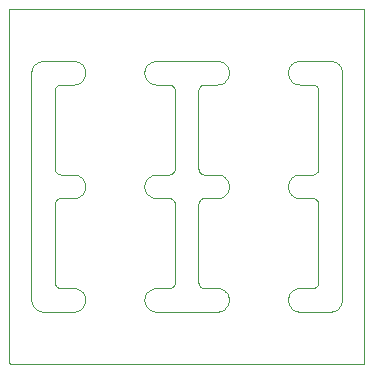
<source format=gbr>
G04 #@! TF.GenerationSoftware,KiCad,Pcbnew,5.1.4+dfsg1-1*
G04 #@! TF.CreationDate,2020-12-01T08:27:43+00:00*
G04 #@! TF.ProjectId,panel,70616e65-6c2e-46b6-9963-61645f706362,rev?*
G04 #@! TF.SameCoordinates,Original*
G04 #@! TF.FileFunction,Profile,NP*
%FSLAX46Y46*%
G04 Gerber Fmt 4.6, Leading zero omitted, Abs format (unit mm)*
G04 Created by KiCad (PCBNEW 5.1.4+dfsg1-1) date 2020-12-01 08:27:43*
%MOMM*%
%LPD*%
G04 APERTURE LIST*
%ADD10C,0.100000*%
G04 APERTURE END LIST*
D10*
X49000200Y-48010000D02*
X51588800Y-48010000D01*
X48903000Y-48014800D02*
X49000200Y-48010000D01*
X48806900Y-48029000D02*
X48903000Y-48014800D01*
X48712600Y-48052600D02*
X48806900Y-48029000D01*
X48621100Y-48085400D02*
X48712600Y-48052600D01*
X48533300Y-48126900D02*
X48621100Y-48085400D01*
X48450000Y-48176900D02*
X48533300Y-48126900D01*
X48372000Y-48234700D02*
X48450000Y-48176900D01*
X48300000Y-48300000D02*
X48372000Y-48234700D01*
X48234700Y-48372000D02*
X48300000Y-48300000D01*
X48176900Y-48450000D02*
X48234700Y-48372000D01*
X48126900Y-48533300D02*
X48176900Y-48450000D01*
X48085400Y-48621100D02*
X48126900Y-48533300D01*
X48052600Y-48712600D02*
X48085400Y-48621100D01*
X48029000Y-48806900D02*
X48052600Y-48712600D01*
X48014800Y-48903000D02*
X48029000Y-48806900D01*
X48010000Y-49000200D02*
X48014800Y-48903000D01*
X48010000Y-68239800D02*
X48010000Y-49000200D01*
X48014800Y-68337100D02*
X48010000Y-68239800D01*
X48029000Y-68433200D02*
X48014800Y-68337100D01*
X48052600Y-68527400D02*
X48029000Y-68433200D01*
X48085400Y-68618900D02*
X48052600Y-68527400D01*
X48126900Y-68706700D02*
X48085400Y-68618900D01*
X48176900Y-68790000D02*
X48126900Y-68706700D01*
X48234700Y-68868100D02*
X48176900Y-68790000D01*
X48300000Y-68940000D02*
X48234700Y-68868100D01*
X48372000Y-69005300D02*
X48300000Y-68940000D01*
X48450000Y-69063200D02*
X48372000Y-69005300D01*
X48533300Y-69113100D02*
X48450000Y-69063200D01*
X48621100Y-69154600D02*
X48533300Y-69113100D01*
X48712600Y-69187400D02*
X48621100Y-69154600D01*
X48806900Y-69211000D02*
X48712600Y-69187400D01*
X48903000Y-69225200D02*
X48806900Y-69211000D01*
X49000200Y-69230000D02*
X48903000Y-69225200D01*
X51588800Y-69230000D02*
X49000200Y-69230000D01*
X51686000Y-69225200D02*
X51588800Y-69230000D01*
X51782100Y-69211000D02*
X51686000Y-69225200D01*
X51876400Y-69187400D02*
X51782100Y-69211000D01*
X51967900Y-69154600D02*
X51876400Y-69187400D01*
X52055700Y-69113100D02*
X51967900Y-69154600D01*
X52139000Y-69063200D02*
X52055700Y-69113100D01*
X52217000Y-69005300D02*
X52139000Y-69063200D01*
X52289000Y-68940000D02*
X52217000Y-69005300D01*
X52354300Y-68868100D02*
X52289000Y-68940000D01*
X52412100Y-68790000D02*
X52354300Y-68868100D01*
X52462100Y-68706700D02*
X52412100Y-68790000D01*
X52503600Y-68618900D02*
X52462100Y-68706700D01*
X52536400Y-68527400D02*
X52503600Y-68618900D01*
X52560000Y-68433200D02*
X52536400Y-68527400D01*
X52574200Y-68337100D02*
X52560000Y-68433200D01*
X52579000Y-68231300D02*
X52574200Y-68337100D01*
X52574200Y-68134000D02*
X52579000Y-68231300D01*
X52560000Y-68037900D02*
X52574200Y-68134000D01*
X52536400Y-67943600D02*
X52560000Y-68037900D01*
X52503600Y-67852200D02*
X52536400Y-67943600D01*
X52462100Y-67764300D02*
X52503600Y-67852200D01*
X52412100Y-67681000D02*
X52462100Y-67764300D01*
X52354300Y-67603000D02*
X52412100Y-67681000D01*
X52289000Y-67531000D02*
X52354300Y-67603000D01*
X52217000Y-67465700D02*
X52289000Y-67531000D01*
X52139000Y-67407900D02*
X52217000Y-67465700D01*
X52055700Y-67357900D02*
X52139000Y-67407900D01*
X51967900Y-67316400D02*
X52055700Y-67357900D01*
X51876400Y-67283600D02*
X51967900Y-67316400D01*
X51782100Y-67260000D02*
X51876400Y-67283600D01*
X51686000Y-67245800D02*
X51782100Y-67260000D01*
X51588800Y-67241000D02*
X51686000Y-67245800D01*
X50508100Y-67240900D02*
X51588800Y-67241000D01*
X50455100Y-67237900D02*
X50508100Y-67240900D01*
X50415200Y-67231900D02*
X50455100Y-67237900D01*
X50351000Y-67215800D02*
X50415200Y-67231900D01*
X50289300Y-67191000D02*
X50351000Y-67215800D01*
X50253400Y-67172400D02*
X50289300Y-67191000D01*
X50209200Y-67143700D02*
X50253400Y-67172400D01*
X50158100Y-67101000D02*
X50209200Y-67143700D01*
X50129800Y-67072200D02*
X50158100Y-67101000D01*
X50096600Y-67031200D02*
X50129800Y-67072200D01*
X50061200Y-66974800D02*
X50096600Y-67031200D01*
X50043200Y-66938600D02*
X50061200Y-66974800D01*
X50024300Y-66889400D02*
X50043200Y-66938600D01*
X50008100Y-66824900D02*
X50024300Y-66889400D01*
X50002100Y-66784900D02*
X50008100Y-66824900D01*
X49999300Y-66738600D02*
X50002100Y-66784900D01*
X49999000Y-60134600D02*
X49999300Y-66738600D01*
X50001100Y-60087700D02*
X49999000Y-60134600D01*
X50003800Y-60061800D02*
X50001100Y-60087700D01*
X50010500Y-60022000D02*
X50003800Y-60061800D01*
X50024200Y-59971100D02*
X50010500Y-60022000D01*
X50043400Y-59920900D02*
X50024200Y-59971100D01*
X50074400Y-59862500D02*
X50043400Y-59920900D01*
X50096400Y-59829200D02*
X50074400Y-59862500D01*
X50121500Y-59797700D02*
X50096400Y-59829200D01*
X50167500Y-59750200D02*
X50121500Y-59797700D01*
X50209300Y-59716300D02*
X50167500Y-59750200D01*
X50265200Y-59681200D02*
X50209300Y-59716300D01*
X50300900Y-59663400D02*
X50265200Y-59681200D01*
X50338400Y-59648600D02*
X50300900Y-59663400D01*
X50402000Y-59630500D02*
X50338400Y-59648600D01*
X50455100Y-59622100D02*
X50402000Y-59630500D01*
X50514400Y-59619000D02*
X50455100Y-59622100D01*
X51588800Y-59619000D02*
X50514400Y-59619000D01*
X51686000Y-59614200D02*
X51588800Y-59619000D01*
X51782100Y-59600000D02*
X51686000Y-59614200D01*
X51876400Y-59576400D02*
X51782100Y-59600000D01*
X51967900Y-59543600D02*
X51876400Y-59576400D01*
X52055700Y-59502100D02*
X51967900Y-59543600D01*
X52139000Y-59452100D02*
X52055700Y-59502100D01*
X52217000Y-59394300D02*
X52139000Y-59452100D01*
X52289000Y-59329000D02*
X52217000Y-59394300D01*
X52354300Y-59257000D02*
X52289000Y-59329000D01*
X52412100Y-59179000D02*
X52354300Y-59257000D01*
X52462100Y-59095700D02*
X52412100Y-59179000D01*
X52503600Y-59007900D02*
X52462100Y-59095700D01*
X52536400Y-58916400D02*
X52503600Y-59007900D01*
X52560000Y-58822100D02*
X52536400Y-58916400D01*
X52574200Y-58726000D02*
X52560000Y-58822100D01*
X52579000Y-58628800D02*
X52574200Y-58726000D01*
X52574200Y-58514000D02*
X52579000Y-58628800D01*
X52560000Y-58417900D02*
X52574200Y-58514000D01*
X52536400Y-58323600D02*
X52560000Y-58417900D01*
X52503600Y-58232100D02*
X52536400Y-58323600D01*
X52462100Y-58144300D02*
X52503600Y-58232100D01*
X52412100Y-58061000D02*
X52462100Y-58144300D01*
X52354300Y-57983000D02*
X52412100Y-58061000D01*
X52289000Y-57911000D02*
X52354300Y-57983000D01*
X52217000Y-57845700D02*
X52289000Y-57911000D01*
X52139000Y-57787900D02*
X52217000Y-57845700D01*
X52055700Y-57737900D02*
X52139000Y-57787900D01*
X51967900Y-57696400D02*
X52055700Y-57737900D01*
X51876400Y-57663600D02*
X51967900Y-57696400D01*
X51782100Y-57640000D02*
X51876400Y-57663600D01*
X51686000Y-57625800D02*
X51782100Y-57640000D01*
X51588800Y-57621000D02*
X51686000Y-57625800D01*
X50508100Y-57620900D02*
X51588800Y-57621000D01*
X50441800Y-57616200D02*
X50508100Y-57620900D01*
X50402000Y-57609500D02*
X50441800Y-57616200D01*
X50363200Y-57599400D02*
X50402000Y-57609500D01*
X50338400Y-57591400D02*
X50363200Y-57599400D01*
X50289500Y-57571100D02*
X50338400Y-57591400D01*
X50253900Y-57552600D02*
X50289500Y-57571100D01*
X50219900Y-57531000D02*
X50253900Y-57552600D01*
X50167800Y-57490200D02*
X50219900Y-57531000D01*
X50121500Y-57442400D02*
X50167800Y-57490200D01*
X50096600Y-57411200D02*
X50121500Y-57442400D01*
X50074400Y-57377500D02*
X50096600Y-57411200D01*
X50043200Y-57318600D02*
X50074400Y-57377500D01*
X50024300Y-57269400D02*
X50043200Y-57318600D01*
X50013500Y-57230500D02*
X50024300Y-57269400D01*
X50002100Y-57164900D02*
X50013500Y-57230500D01*
X49999000Y-57105500D02*
X50002100Y-57164900D01*
X49999000Y-50514600D02*
X49999000Y-57105500D01*
X50001100Y-50467700D02*
X49999000Y-50514600D01*
X50003800Y-50441800D02*
X50001100Y-50467700D01*
X50010500Y-50402000D02*
X50003800Y-50441800D01*
X50024200Y-50351000D02*
X50010500Y-50402000D01*
X50043400Y-50300900D02*
X50024200Y-50351000D01*
X50074400Y-50242500D02*
X50043400Y-50300900D01*
X50096400Y-50209200D02*
X50074400Y-50242500D01*
X50121500Y-50177600D02*
X50096400Y-50209200D01*
X50167500Y-50130200D02*
X50121500Y-50177600D01*
X50209300Y-50096300D02*
X50167500Y-50130200D01*
X50265200Y-50061200D02*
X50209300Y-50096300D01*
X50300900Y-50043400D02*
X50265200Y-50061200D01*
X50338400Y-50028600D02*
X50300900Y-50043400D01*
X50402000Y-50010500D02*
X50338400Y-50028600D01*
X50455100Y-50002100D02*
X50402000Y-50010500D01*
X50514400Y-49999000D02*
X50455100Y-50002100D01*
X51588800Y-49999000D02*
X50514400Y-49999000D01*
X51686000Y-49994200D02*
X51588800Y-49999000D01*
X51782100Y-49980000D02*
X51686000Y-49994200D01*
X51876400Y-49956400D02*
X51782100Y-49980000D01*
X51967900Y-49923600D02*
X51876400Y-49956400D01*
X52055700Y-49882100D02*
X51967900Y-49923600D01*
X52139000Y-49832100D02*
X52055700Y-49882100D01*
X52217000Y-49774300D02*
X52139000Y-49832100D01*
X52289000Y-49709000D02*
X52217000Y-49774300D01*
X52354300Y-49637000D02*
X52289000Y-49709000D01*
X52412100Y-49559000D02*
X52354300Y-49637000D01*
X52462100Y-49475700D02*
X52412100Y-49559000D01*
X52503600Y-49387900D02*
X52462100Y-49475700D01*
X52536400Y-49296400D02*
X52503600Y-49387900D01*
X52560000Y-49202100D02*
X52536400Y-49296400D01*
X52574200Y-49106000D02*
X52560000Y-49202100D01*
X52579000Y-49008800D02*
X52574200Y-49106000D01*
X52574200Y-48903000D02*
X52579000Y-49008800D01*
X52560000Y-48806900D02*
X52574200Y-48903000D01*
X52536400Y-48712600D02*
X52560000Y-48806900D01*
X52503600Y-48621100D02*
X52536400Y-48712600D01*
X52462100Y-48533300D02*
X52503600Y-48621100D01*
X52412100Y-48450000D02*
X52462100Y-48533300D01*
X52354300Y-48372000D02*
X52412100Y-48450000D01*
X52289000Y-48300000D02*
X52354300Y-48372000D01*
X52217000Y-48234700D02*
X52289000Y-48300000D01*
X52139000Y-48176900D02*
X52217000Y-48234700D01*
X52055700Y-48126900D02*
X52139000Y-48176900D01*
X51967900Y-48085400D02*
X52055700Y-48126900D01*
X51876400Y-48052600D02*
X51967900Y-48085400D01*
X51782100Y-48029000D02*
X51876400Y-48052600D01*
X51686000Y-48014800D02*
X51782100Y-48029000D01*
X51588800Y-48010000D02*
X51686000Y-48014800D01*
X63748800Y-69230000D02*
X58571200Y-69230000D01*
X63846000Y-69225200D02*
X63748800Y-69230000D01*
X63942100Y-69211000D02*
X63846000Y-69225200D01*
X64036400Y-69187400D02*
X63942100Y-69211000D01*
X64127900Y-69154600D02*
X64036400Y-69187400D01*
X64215700Y-69113100D02*
X64127900Y-69154600D01*
X64299000Y-69063200D02*
X64215700Y-69113100D01*
X64377100Y-69005300D02*
X64299000Y-69063200D01*
X64449000Y-68940000D02*
X64377100Y-69005300D01*
X64514300Y-68868100D02*
X64449000Y-68940000D01*
X64572200Y-68790000D02*
X64514300Y-68868100D01*
X64622100Y-68706700D02*
X64572200Y-68790000D01*
X64663600Y-68618900D02*
X64622100Y-68706700D01*
X64696400Y-68527400D02*
X64663600Y-68618900D01*
X64720000Y-68433200D02*
X64696400Y-68527400D01*
X64734200Y-68337100D02*
X64720000Y-68433200D01*
X64739000Y-68231300D02*
X64734200Y-68337100D01*
X64734200Y-68134000D02*
X64739000Y-68231300D01*
X64720000Y-68037900D02*
X64734200Y-68134000D01*
X64696400Y-67943600D02*
X64720000Y-68037900D01*
X64663600Y-67852200D02*
X64696400Y-67943600D01*
X64622100Y-67764300D02*
X64663600Y-67852200D01*
X64572200Y-67681000D02*
X64622100Y-67764300D01*
X64514300Y-67603000D02*
X64572200Y-67681000D01*
X64449000Y-67531000D02*
X64514300Y-67603000D01*
X64377100Y-67465700D02*
X64449000Y-67531000D01*
X64299000Y-67407900D02*
X64377100Y-67465700D01*
X64215700Y-67357900D02*
X64299000Y-67407900D01*
X64127900Y-67316400D02*
X64215700Y-67357900D01*
X64036400Y-67283600D02*
X64127900Y-67316400D01*
X63942100Y-67260000D02*
X64036400Y-67283600D01*
X63846000Y-67245800D02*
X63942100Y-67260000D01*
X63748800Y-67241000D02*
X63846000Y-67245800D01*
X62668100Y-67240900D02*
X63748800Y-67241000D01*
X62615100Y-67237900D02*
X62668100Y-67240900D01*
X62575200Y-67231900D02*
X62615100Y-67237900D01*
X62511100Y-67215800D02*
X62575200Y-67231900D01*
X62449300Y-67191000D02*
X62511100Y-67215800D01*
X62413400Y-67172400D02*
X62449300Y-67191000D01*
X62369200Y-67143700D02*
X62413400Y-67172400D01*
X62318100Y-67101000D02*
X62369200Y-67143700D01*
X62289800Y-67072200D02*
X62318100Y-67101000D01*
X62256600Y-67031200D02*
X62289800Y-67072200D01*
X62221200Y-66974800D02*
X62256600Y-67031200D01*
X62203200Y-66938600D02*
X62221200Y-66974800D01*
X62184300Y-66889400D02*
X62203200Y-66938600D01*
X62168100Y-66824900D02*
X62184300Y-66889400D01*
X62162100Y-66784900D02*
X62168100Y-66824900D01*
X62159100Y-66732100D02*
X62162100Y-66784900D01*
X62159000Y-60134600D02*
X62159100Y-66732100D01*
X62161100Y-60087700D02*
X62159000Y-60134600D01*
X62163900Y-60061800D02*
X62161100Y-60087700D01*
X62170500Y-60022000D02*
X62163900Y-60061800D01*
X62184200Y-59971100D02*
X62170500Y-60022000D01*
X62203400Y-59920900D02*
X62184200Y-59971100D01*
X62234400Y-59862500D02*
X62203400Y-59920900D01*
X62256400Y-59829200D02*
X62234400Y-59862500D01*
X62281500Y-59797700D02*
X62256400Y-59829200D01*
X62327500Y-59750200D02*
X62281500Y-59797700D01*
X62369300Y-59716300D02*
X62327500Y-59750200D01*
X62425200Y-59681200D02*
X62369300Y-59716300D01*
X62460900Y-59663400D02*
X62425200Y-59681200D01*
X62498400Y-59648600D02*
X62460900Y-59663400D01*
X62562000Y-59630500D02*
X62498400Y-59648600D01*
X62615100Y-59622100D02*
X62562000Y-59630500D01*
X62674400Y-59619000D02*
X62615100Y-59622100D01*
X63748800Y-59619000D02*
X62674400Y-59619000D01*
X63846000Y-59614200D02*
X63748800Y-59619000D01*
X63942100Y-59600000D02*
X63846000Y-59614200D01*
X64036400Y-59576400D02*
X63942100Y-59600000D01*
X64127900Y-59543600D02*
X64036400Y-59576400D01*
X64215700Y-59502100D02*
X64127900Y-59543600D01*
X64299000Y-59452100D02*
X64215700Y-59502100D01*
X64377100Y-59394300D02*
X64299000Y-59452100D01*
X64449000Y-59329000D02*
X64377100Y-59394300D01*
X64514300Y-59257000D02*
X64449000Y-59329000D01*
X64572200Y-59179000D02*
X64514300Y-59257000D01*
X64622100Y-59095700D02*
X64572200Y-59179000D01*
X64663600Y-59007900D02*
X64622100Y-59095700D01*
X64696400Y-58916400D02*
X64663600Y-59007900D01*
X64720000Y-58822100D02*
X64696400Y-58916400D01*
X64734200Y-58726000D02*
X64720000Y-58822100D01*
X64739000Y-58628800D02*
X64734200Y-58726000D01*
X64734200Y-58514000D02*
X64739000Y-58628800D01*
X64720000Y-58417900D02*
X64734200Y-58514000D01*
X64696400Y-58323600D02*
X64720000Y-58417900D01*
X64663600Y-58232100D02*
X64696400Y-58323600D01*
X64622100Y-58144300D02*
X64663600Y-58232100D01*
X64572200Y-58061000D02*
X64622100Y-58144300D01*
X64514300Y-57983000D02*
X64572200Y-58061000D01*
X64449000Y-57911000D02*
X64514300Y-57983000D01*
X64377100Y-57845700D02*
X64449000Y-57911000D01*
X64299000Y-57787900D02*
X64377100Y-57845700D01*
X64215700Y-57737900D02*
X64299000Y-57787900D01*
X64127900Y-57696400D02*
X64215700Y-57737900D01*
X64036400Y-57663600D02*
X64127900Y-57696400D01*
X63942100Y-57640000D02*
X64036400Y-57663600D01*
X63846000Y-57625800D02*
X63942100Y-57640000D01*
X63748800Y-57621000D02*
X63846000Y-57625800D01*
X62668100Y-57620900D02*
X63748800Y-57621000D01*
X62615100Y-57617900D02*
X62668100Y-57620900D01*
X62575200Y-57611900D02*
X62615100Y-57617900D01*
X62511100Y-57595800D02*
X62575200Y-57611900D01*
X62449300Y-57571000D02*
X62511100Y-57595800D01*
X62413400Y-57552400D02*
X62449300Y-57571000D01*
X62369200Y-57523600D02*
X62413400Y-57552400D01*
X62318100Y-57481000D02*
X62369200Y-57523600D01*
X62290200Y-57452500D02*
X62318100Y-57481000D01*
X62264500Y-57421400D02*
X62290200Y-57452500D01*
X62227600Y-57366500D02*
X62264500Y-57421400D01*
X62198300Y-57306800D02*
X62227600Y-57366500D01*
X62184200Y-57268900D02*
X62198300Y-57306800D01*
X62173500Y-57230300D02*
X62184200Y-57268900D01*
X62163900Y-57178200D02*
X62173500Y-57230300D01*
X62161100Y-57152100D02*
X62163900Y-57178200D01*
X62159000Y-57105400D02*
X62161100Y-57152100D01*
X62159000Y-50514600D02*
X62159000Y-57105400D01*
X62162100Y-50455100D02*
X62159000Y-50514600D01*
X62170400Y-50402500D02*
X62162100Y-50455100D01*
X62184300Y-50350500D02*
X62170400Y-50402500D01*
X62209000Y-50289300D02*
X62184300Y-50350500D01*
X62227400Y-50253900D02*
X62209000Y-50289300D01*
X62249000Y-50219900D02*
X62227400Y-50253900D01*
X62289800Y-50167800D02*
X62249000Y-50219900D01*
X62327900Y-50129800D02*
X62289800Y-50167800D01*
X62379800Y-50089100D02*
X62327900Y-50129800D01*
X62413500Y-50067600D02*
X62379800Y-50089100D01*
X62449200Y-50049000D02*
X62413500Y-50067600D01*
X62510600Y-50024300D02*
X62449200Y-50049000D01*
X62575200Y-50008100D02*
X62510600Y-50024300D01*
X62615100Y-50002100D02*
X62575200Y-50008100D01*
X62667900Y-49999100D02*
X62615100Y-50002100D01*
X63748800Y-49999000D02*
X62667900Y-49999100D01*
X63846000Y-49994200D02*
X63748800Y-49999000D01*
X63942100Y-49980000D02*
X63846000Y-49994200D01*
X64036400Y-49956400D02*
X63942100Y-49980000D01*
X64127900Y-49923600D02*
X64036400Y-49956400D01*
X64215700Y-49882100D02*
X64127900Y-49923600D01*
X64299000Y-49832100D02*
X64215700Y-49882100D01*
X64377100Y-49774300D02*
X64299000Y-49832100D01*
X64449000Y-49709000D02*
X64377100Y-49774300D01*
X64514300Y-49637000D02*
X64449000Y-49709000D01*
X64572200Y-49559000D02*
X64514300Y-49637000D01*
X64622100Y-49475700D02*
X64572200Y-49559000D01*
X64663600Y-49387900D02*
X64622100Y-49475700D01*
X64696400Y-49296400D02*
X64663600Y-49387900D01*
X64720000Y-49202100D02*
X64696400Y-49296400D01*
X64734200Y-49106000D02*
X64720000Y-49202100D01*
X64739000Y-49000200D02*
X64734200Y-49106000D01*
X64734200Y-48903000D02*
X64739000Y-49000200D01*
X64720000Y-48806900D02*
X64734200Y-48903000D01*
X64696400Y-48712600D02*
X64720000Y-48806900D01*
X64663600Y-48621100D02*
X64696400Y-48712600D01*
X64622100Y-48533300D02*
X64663600Y-48621100D01*
X64572200Y-48450000D02*
X64622100Y-48533300D01*
X64514300Y-48372000D02*
X64572200Y-48450000D01*
X64449000Y-48300000D02*
X64514300Y-48372000D01*
X64377100Y-48234700D02*
X64449000Y-48300000D01*
X64299000Y-48176900D02*
X64377100Y-48234700D01*
X64215700Y-48126900D02*
X64299000Y-48176900D01*
X64127900Y-48085400D02*
X64215700Y-48126900D01*
X64036400Y-48052600D02*
X64127900Y-48085400D01*
X63942100Y-48029000D02*
X64036400Y-48052600D01*
X63846000Y-48014800D02*
X63942100Y-48029000D01*
X63748800Y-48010000D02*
X63846000Y-48014800D01*
X58571200Y-48010000D02*
X63748800Y-48010000D01*
X58474000Y-48014800D02*
X58571200Y-48010000D01*
X58377900Y-48029000D02*
X58474000Y-48014800D01*
X58283600Y-48052600D02*
X58377900Y-48029000D01*
X58192200Y-48085400D02*
X58283600Y-48052600D01*
X58104300Y-48126900D02*
X58192200Y-48085400D01*
X58021000Y-48176900D02*
X58104300Y-48126900D01*
X57943000Y-48234700D02*
X58021000Y-48176900D01*
X57871000Y-48300000D02*
X57943000Y-48234700D01*
X57805700Y-48372000D02*
X57871000Y-48300000D01*
X57747900Y-48450000D02*
X57805700Y-48372000D01*
X57697900Y-48533300D02*
X57747900Y-48450000D01*
X57656400Y-48621100D02*
X57697900Y-48533300D01*
X57623600Y-48712600D02*
X57656400Y-48621100D01*
X57600000Y-48806900D02*
X57623600Y-48712600D01*
X57585800Y-48903000D02*
X57600000Y-48806900D01*
X57581000Y-49000200D02*
X57585800Y-48903000D01*
X57585800Y-49106000D02*
X57581000Y-49000200D01*
X57600000Y-49202100D02*
X57585800Y-49106000D01*
X57623600Y-49296400D02*
X57600000Y-49202100D01*
X57656400Y-49387900D02*
X57623600Y-49296400D01*
X57697900Y-49475700D02*
X57656400Y-49387900D01*
X57747900Y-49559000D02*
X57697900Y-49475700D01*
X57805700Y-49637000D02*
X57747900Y-49559000D01*
X57871000Y-49709000D02*
X57805700Y-49637000D01*
X57943000Y-49774300D02*
X57871000Y-49709000D01*
X58021000Y-49832100D02*
X57943000Y-49774300D01*
X58104300Y-49882100D02*
X58021000Y-49832100D01*
X58192200Y-49923600D02*
X58104300Y-49882100D01*
X58283600Y-49956400D02*
X58192200Y-49923600D01*
X58377900Y-49980000D02*
X58283600Y-49956400D01*
X58474000Y-49994200D02*
X58377900Y-49980000D01*
X58571200Y-49999000D02*
X58474000Y-49994200D01*
X59651900Y-49999100D02*
X58571200Y-49999000D01*
X59704900Y-50002100D02*
X59651900Y-49999100D01*
X59744800Y-50008100D02*
X59704900Y-50002100D01*
X59809000Y-50024200D02*
X59744800Y-50008100D01*
X59870700Y-50049000D02*
X59809000Y-50024200D01*
X59906600Y-50067600D02*
X59870700Y-50049000D01*
X59950800Y-50096400D02*
X59906600Y-50067600D01*
X60001900Y-50139000D02*
X59950800Y-50096400D01*
X60030200Y-50167900D02*
X60001900Y-50139000D01*
X60063400Y-50208800D02*
X60030200Y-50167900D01*
X60098800Y-50265200D02*
X60063400Y-50208800D01*
X60116800Y-50301400D02*
X60098800Y-50265200D01*
X60135700Y-50350600D02*
X60116800Y-50301400D01*
X60151900Y-50415200D02*
X60135700Y-50350600D01*
X60157900Y-50455100D02*
X60151900Y-50415200D01*
X60160700Y-50501400D02*
X60157900Y-50455100D01*
X60161000Y-57105400D02*
X60160700Y-50501400D01*
X60158900Y-57152300D02*
X60161000Y-57105400D01*
X60156200Y-57178200D02*
X60158900Y-57152300D01*
X60149500Y-57218000D02*
X60156200Y-57178200D01*
X60135800Y-57269000D02*
X60149500Y-57218000D01*
X60116600Y-57319200D02*
X60135800Y-57269000D01*
X60085700Y-57377500D02*
X60116600Y-57319200D01*
X60063600Y-57410800D02*
X60085700Y-57377500D01*
X60038600Y-57442400D02*
X60063600Y-57410800D01*
X59992500Y-57489800D02*
X60038600Y-57442400D01*
X59950700Y-57523700D02*
X59992500Y-57489800D01*
X59894800Y-57558800D02*
X59950700Y-57523700D01*
X59859100Y-57576600D02*
X59894800Y-57558800D01*
X59821600Y-57591400D02*
X59859100Y-57576600D01*
X59758000Y-57609500D02*
X59821600Y-57591400D01*
X59704900Y-57617900D02*
X59758000Y-57609500D01*
X59645600Y-57621000D02*
X59704900Y-57617900D01*
X58571200Y-57621000D02*
X59645600Y-57621000D01*
X58474000Y-57625800D02*
X58571200Y-57621000D01*
X58377900Y-57640000D02*
X58474000Y-57625800D01*
X58283600Y-57663600D02*
X58377900Y-57640000D01*
X58192200Y-57696400D02*
X58283600Y-57663600D01*
X58104300Y-57737900D02*
X58192200Y-57696400D01*
X58021000Y-57787900D02*
X58104300Y-57737900D01*
X57943000Y-57845700D02*
X58021000Y-57787900D01*
X57871000Y-57911000D02*
X57943000Y-57845700D01*
X57805700Y-57983000D02*
X57871000Y-57911000D01*
X57747900Y-58061000D02*
X57805700Y-57983000D01*
X57697900Y-58144300D02*
X57747900Y-58061000D01*
X57656400Y-58232100D02*
X57697900Y-58144300D01*
X57623600Y-58323600D02*
X57656400Y-58232100D01*
X57600000Y-58417900D02*
X57623600Y-58323600D01*
X57585800Y-58514000D02*
X57600000Y-58417900D01*
X57581000Y-58611200D02*
X57585800Y-58514000D01*
X57585800Y-58726000D02*
X57581000Y-58611200D01*
X57600000Y-58822100D02*
X57585800Y-58726000D01*
X57623600Y-58916400D02*
X57600000Y-58822100D01*
X57656400Y-59007900D02*
X57623600Y-58916400D01*
X57697900Y-59095700D02*
X57656400Y-59007900D01*
X57747900Y-59179000D02*
X57697900Y-59095700D01*
X57805700Y-59257100D02*
X57747900Y-59179000D01*
X57871000Y-59329000D02*
X57805700Y-59257100D01*
X57943000Y-59394300D02*
X57871000Y-59329000D01*
X58021000Y-59452200D02*
X57943000Y-59394300D01*
X58104300Y-59502100D02*
X58021000Y-59452200D01*
X58192200Y-59543600D02*
X58104300Y-59502100D01*
X58283600Y-59576400D02*
X58192200Y-59543600D01*
X58377900Y-59600000D02*
X58283600Y-59576400D01*
X58474000Y-59614200D02*
X58377900Y-59600000D01*
X58571200Y-59619000D02*
X58474000Y-59614200D01*
X59651900Y-59619100D02*
X58571200Y-59619000D01*
X59718200Y-59623900D02*
X59651900Y-59619100D01*
X59758000Y-59630500D02*
X59718200Y-59623900D01*
X59796800Y-59640600D02*
X59758000Y-59630500D01*
X59821600Y-59648600D02*
X59796800Y-59640600D01*
X59870500Y-59668900D02*
X59821600Y-59648600D01*
X59906100Y-59687400D02*
X59870500Y-59668900D01*
X59940100Y-59709000D02*
X59906100Y-59687400D01*
X59992200Y-59749800D02*
X59940100Y-59709000D01*
X60038500Y-59797600D02*
X59992200Y-59749800D01*
X60063400Y-59828800D02*
X60038500Y-59797600D01*
X60085600Y-59862500D02*
X60063400Y-59828800D01*
X60116800Y-59921400D02*
X60085600Y-59862500D01*
X60135700Y-59970600D02*
X60116800Y-59921400D01*
X60146500Y-60009500D02*
X60135700Y-59970600D01*
X60157900Y-60075100D02*
X60146500Y-60009500D01*
X60161000Y-60134500D02*
X60157900Y-60075100D01*
X60161000Y-66725500D02*
X60161000Y-60134500D01*
X60158900Y-66772300D02*
X60161000Y-66725500D01*
X60156200Y-66798200D02*
X60158900Y-66772300D01*
X60149500Y-66838000D02*
X60156200Y-66798200D01*
X60135800Y-66889000D02*
X60149500Y-66838000D01*
X60116600Y-66939200D02*
X60135800Y-66889000D01*
X60085700Y-66997500D02*
X60116600Y-66939200D01*
X60063600Y-67030800D02*
X60085700Y-66997500D01*
X60038600Y-67062400D02*
X60063600Y-67030800D01*
X59992500Y-67109900D02*
X60038600Y-67062400D01*
X59950700Y-67143700D02*
X59992500Y-67109900D01*
X59894800Y-67178800D02*
X59950700Y-67143700D01*
X59859100Y-67196600D02*
X59894800Y-67178800D01*
X59821600Y-67211400D02*
X59859100Y-67196600D01*
X59758000Y-67229500D02*
X59821600Y-67211400D01*
X59704900Y-67237900D02*
X59758000Y-67229500D01*
X59645600Y-67241000D02*
X59704900Y-67237900D01*
X58571200Y-67241000D02*
X59645600Y-67241000D01*
X58474000Y-67245800D02*
X58571200Y-67241000D01*
X58377900Y-67260000D02*
X58474000Y-67245800D01*
X58283600Y-67283600D02*
X58377900Y-67260000D01*
X58192200Y-67316400D02*
X58283600Y-67283600D01*
X58104300Y-67357900D02*
X58192200Y-67316400D01*
X58021000Y-67407900D02*
X58104300Y-67357900D01*
X57943000Y-67465700D02*
X58021000Y-67407900D01*
X57871000Y-67531000D02*
X57943000Y-67465700D01*
X57805700Y-67603000D02*
X57871000Y-67531000D01*
X57747900Y-67681000D02*
X57805700Y-67603000D01*
X57697900Y-67764300D02*
X57747900Y-67681000D01*
X57656400Y-67852100D02*
X57697900Y-67764300D01*
X57623600Y-67943600D02*
X57656400Y-67852100D01*
X57600000Y-68037900D02*
X57623600Y-67943600D01*
X57585800Y-68134000D02*
X57600000Y-68037900D01*
X57581000Y-68239800D02*
X57585800Y-68134000D01*
X57585800Y-68337100D02*
X57581000Y-68239800D01*
X57600000Y-68433200D02*
X57585800Y-68337100D01*
X57623600Y-68527400D02*
X57600000Y-68433200D01*
X57656400Y-68618900D02*
X57623600Y-68527400D01*
X57697900Y-68706700D02*
X57656400Y-68618900D01*
X57747900Y-68790000D02*
X57697900Y-68706700D01*
X57805700Y-68868100D02*
X57747900Y-68790000D01*
X57871000Y-68940000D02*
X57805700Y-68868100D01*
X57943000Y-69005300D02*
X57871000Y-68940000D01*
X58021000Y-69063200D02*
X57943000Y-69005300D01*
X58104300Y-69113100D02*
X58021000Y-69063200D01*
X58192200Y-69154600D02*
X58104300Y-69113100D01*
X58283600Y-69187400D02*
X58192200Y-69154600D01*
X58377900Y-69211000D02*
X58283600Y-69187400D01*
X58474000Y-69225200D02*
X58377900Y-69211000D01*
X58571200Y-69230000D02*
X58474000Y-69225200D01*
X73319800Y-69230000D02*
X70731300Y-69230000D01*
X73417100Y-69225200D02*
X73319800Y-69230000D01*
X73513200Y-69211000D02*
X73417100Y-69225200D01*
X73607400Y-69187400D02*
X73513200Y-69211000D01*
X73698900Y-69154600D02*
X73607400Y-69187400D01*
X73786700Y-69113100D02*
X73698900Y-69154600D01*
X73870000Y-69063200D02*
X73786700Y-69113100D01*
X73948100Y-69005300D02*
X73870000Y-69063200D01*
X74020000Y-68940000D02*
X73948100Y-69005300D01*
X74085300Y-68868100D02*
X74020000Y-68940000D01*
X74143200Y-68790000D02*
X74085300Y-68868100D01*
X74193100Y-68706700D02*
X74143200Y-68790000D01*
X74234600Y-68618900D02*
X74193100Y-68706700D01*
X74267400Y-68527400D02*
X74234600Y-68618900D01*
X74291000Y-68433200D02*
X74267400Y-68527400D01*
X74305200Y-68337100D02*
X74291000Y-68433200D01*
X74310000Y-68239800D02*
X74305200Y-68337100D01*
X74310000Y-49000200D02*
X74310000Y-68239800D01*
X74305200Y-48903000D02*
X74310000Y-49000200D01*
X74291000Y-48806900D02*
X74305200Y-48903000D01*
X74267400Y-48712600D02*
X74291000Y-48806900D01*
X74234600Y-48621100D02*
X74267400Y-48712600D01*
X74193100Y-48533300D02*
X74234600Y-48621100D01*
X74143200Y-48450000D02*
X74193100Y-48533300D01*
X74085300Y-48372000D02*
X74143200Y-48450000D01*
X74020000Y-48300000D02*
X74085300Y-48372000D01*
X73948100Y-48234700D02*
X74020000Y-48300000D01*
X73870000Y-48176900D02*
X73948100Y-48234700D01*
X73786700Y-48126900D02*
X73870000Y-48176900D01*
X73698900Y-48085400D02*
X73786700Y-48126900D01*
X73607400Y-48052600D02*
X73698900Y-48085400D01*
X73513200Y-48029000D02*
X73607400Y-48052600D01*
X73417100Y-48014800D02*
X73513200Y-48029000D01*
X73319800Y-48010000D02*
X73417100Y-48014800D01*
X70731300Y-48010000D02*
X73319800Y-48010000D01*
X70634000Y-48014800D02*
X70731300Y-48010000D01*
X70537900Y-48029000D02*
X70634000Y-48014800D01*
X70443600Y-48052600D02*
X70537900Y-48029000D01*
X70352200Y-48085400D02*
X70443600Y-48052600D01*
X70264300Y-48126900D02*
X70352200Y-48085400D01*
X70181000Y-48176900D02*
X70264300Y-48126900D01*
X70103000Y-48234700D02*
X70181000Y-48176900D01*
X70031000Y-48300000D02*
X70103000Y-48234700D01*
X69965700Y-48372000D02*
X70031000Y-48300000D01*
X69907900Y-48450000D02*
X69965700Y-48372000D01*
X69857900Y-48533300D02*
X69907900Y-48450000D01*
X69816400Y-48621100D02*
X69857900Y-48533300D01*
X69783700Y-48712600D02*
X69816400Y-48621100D01*
X69760000Y-48806900D02*
X69783700Y-48712600D01*
X69745800Y-48903000D02*
X69760000Y-48806900D01*
X69741000Y-49000200D02*
X69745800Y-48903000D01*
X69745800Y-49106000D02*
X69741000Y-49000200D01*
X69760000Y-49202100D02*
X69745800Y-49106000D01*
X69783700Y-49296400D02*
X69760000Y-49202100D01*
X69816400Y-49387900D02*
X69783700Y-49296400D01*
X69857900Y-49475700D02*
X69816400Y-49387900D01*
X69907900Y-49559000D02*
X69857900Y-49475700D01*
X69965700Y-49637000D02*
X69907900Y-49559000D01*
X70031000Y-49709000D02*
X69965700Y-49637000D01*
X70103000Y-49774300D02*
X70031000Y-49709000D01*
X70181000Y-49832100D02*
X70103000Y-49774300D01*
X70264300Y-49882100D02*
X70181000Y-49832100D01*
X70352200Y-49923600D02*
X70264300Y-49882100D01*
X70443600Y-49956400D02*
X70352200Y-49923600D01*
X70537900Y-49980000D02*
X70443600Y-49956400D01*
X70634000Y-49994200D02*
X70537900Y-49980000D01*
X70731300Y-49999000D02*
X70634000Y-49994200D01*
X71811900Y-49999100D02*
X70731300Y-49999000D01*
X71864900Y-50002100D02*
X71811900Y-49999100D01*
X71904800Y-50008100D02*
X71864900Y-50002100D01*
X71969000Y-50024200D02*
X71904800Y-50008100D01*
X72030700Y-50049000D02*
X71969000Y-50024200D01*
X72066600Y-50067600D02*
X72030700Y-50049000D01*
X72110800Y-50096400D02*
X72066600Y-50067600D01*
X72161900Y-50139000D02*
X72110800Y-50096400D01*
X72190200Y-50167900D02*
X72161900Y-50139000D01*
X72223400Y-50208800D02*
X72190200Y-50167900D01*
X72258800Y-50265200D02*
X72223400Y-50208800D01*
X72276800Y-50301400D02*
X72258800Y-50265200D01*
X72295700Y-50350600D02*
X72276800Y-50301400D01*
X72311900Y-50415200D02*
X72295700Y-50350600D01*
X72317900Y-50455100D02*
X72311900Y-50415200D01*
X72320700Y-50501400D02*
X72317900Y-50455100D01*
X72321000Y-57105400D02*
X72320700Y-50501400D01*
X72318900Y-57152300D02*
X72321000Y-57105400D01*
X72316200Y-57178200D02*
X72318900Y-57152300D01*
X72309500Y-57218000D02*
X72316200Y-57178200D01*
X72295800Y-57269000D02*
X72309500Y-57218000D01*
X72276600Y-57319200D02*
X72295800Y-57269000D01*
X72245700Y-57377500D02*
X72276600Y-57319200D01*
X72223700Y-57410800D02*
X72245700Y-57377500D01*
X72198600Y-57442400D02*
X72223700Y-57410800D01*
X72152500Y-57489800D02*
X72198600Y-57442400D01*
X72110800Y-57523700D02*
X72152500Y-57489800D01*
X72054800Y-57558800D02*
X72110800Y-57523700D01*
X72019100Y-57576600D02*
X72054800Y-57558800D01*
X71981600Y-57591400D02*
X72019100Y-57576600D01*
X71918000Y-57609500D02*
X71981600Y-57591400D01*
X71864900Y-57617900D02*
X71918000Y-57609500D01*
X71805600Y-57621000D02*
X71864900Y-57617900D01*
X70731300Y-57621000D02*
X71805600Y-57621000D01*
X70634000Y-57625800D02*
X70731300Y-57621000D01*
X70537900Y-57640000D02*
X70634000Y-57625800D01*
X70443600Y-57663600D02*
X70537900Y-57640000D01*
X70352200Y-57696400D02*
X70443600Y-57663600D01*
X70264300Y-57737900D02*
X70352200Y-57696400D01*
X70181000Y-57787900D02*
X70264300Y-57737900D01*
X70103000Y-57845700D02*
X70181000Y-57787900D01*
X70031000Y-57911000D02*
X70103000Y-57845700D01*
X69965700Y-57983000D02*
X70031000Y-57911000D01*
X69907900Y-58061000D02*
X69965700Y-57983000D01*
X69857900Y-58144300D02*
X69907900Y-58061000D01*
X69816400Y-58232100D02*
X69857900Y-58144300D01*
X69783700Y-58323600D02*
X69816400Y-58232100D01*
X69760000Y-58417900D02*
X69783700Y-58323600D01*
X69745800Y-58514000D02*
X69760000Y-58417900D01*
X69741000Y-58611200D02*
X69745800Y-58514000D01*
X69745800Y-58726000D02*
X69741000Y-58611200D01*
X69760000Y-58822100D02*
X69745800Y-58726000D01*
X69783700Y-58916400D02*
X69760000Y-58822100D01*
X69816400Y-59007900D02*
X69783700Y-58916400D01*
X69857900Y-59095700D02*
X69816400Y-59007900D01*
X69907900Y-59179000D02*
X69857900Y-59095700D01*
X69965700Y-59257100D02*
X69907900Y-59179000D01*
X70031000Y-59329000D02*
X69965700Y-59257100D01*
X70103000Y-59394300D02*
X70031000Y-59329000D01*
X70181000Y-59452200D02*
X70103000Y-59394300D01*
X70264300Y-59502100D02*
X70181000Y-59452200D01*
X70352200Y-59543600D02*
X70264300Y-59502100D01*
X70443600Y-59576400D02*
X70352200Y-59543600D01*
X70537900Y-59600000D02*
X70443600Y-59576400D01*
X70634000Y-59614200D02*
X70537900Y-59600000D01*
X70731300Y-59619000D02*
X70634000Y-59614200D01*
X71811900Y-59619100D02*
X70731300Y-59619000D01*
X71878200Y-59623900D02*
X71811900Y-59619100D01*
X71918000Y-59630500D02*
X71878200Y-59623900D01*
X71956800Y-59640600D02*
X71918000Y-59630500D01*
X71981600Y-59648600D02*
X71956800Y-59640600D01*
X72030500Y-59668900D02*
X71981600Y-59648600D01*
X72066100Y-59687400D02*
X72030500Y-59668900D01*
X72100100Y-59709000D02*
X72066100Y-59687400D01*
X72152200Y-59749800D02*
X72100100Y-59709000D01*
X72198500Y-59797600D02*
X72152200Y-59749800D01*
X72223400Y-59828800D02*
X72198500Y-59797600D01*
X72245600Y-59862500D02*
X72223400Y-59828800D01*
X72276800Y-59921400D02*
X72245600Y-59862500D01*
X72295700Y-59970600D02*
X72276800Y-59921400D01*
X72306500Y-60009500D02*
X72295700Y-59970600D01*
X72317900Y-60075100D02*
X72306500Y-60009500D01*
X72321000Y-60134500D02*
X72317900Y-60075100D01*
X72321000Y-66725500D02*
X72321000Y-60134500D01*
X72318900Y-66772300D02*
X72321000Y-66725500D01*
X72316200Y-66798200D02*
X72318900Y-66772300D01*
X72309500Y-66838000D02*
X72316200Y-66798200D01*
X72295800Y-66889000D02*
X72309500Y-66838000D01*
X72276600Y-66939200D02*
X72295800Y-66889000D01*
X72245700Y-66997500D02*
X72276600Y-66939200D01*
X72223700Y-67030800D02*
X72245700Y-66997500D01*
X72198600Y-67062400D02*
X72223700Y-67030800D01*
X72152500Y-67109900D02*
X72198600Y-67062400D01*
X72110800Y-67143700D02*
X72152500Y-67109900D01*
X72054800Y-67178800D02*
X72110800Y-67143700D01*
X72019100Y-67196600D02*
X72054800Y-67178800D01*
X71981600Y-67211400D02*
X72019100Y-67196600D01*
X71918000Y-67229500D02*
X71981600Y-67211400D01*
X71864900Y-67237900D02*
X71918000Y-67229500D01*
X71805600Y-67241000D02*
X71864900Y-67237900D01*
X70731300Y-67241000D02*
X71805600Y-67241000D01*
X70634000Y-67245800D02*
X70731300Y-67241000D01*
X70537900Y-67260000D02*
X70634000Y-67245800D01*
X70443600Y-67283600D02*
X70537900Y-67260000D01*
X70352200Y-67316400D02*
X70443600Y-67283600D01*
X70264300Y-67357900D02*
X70352200Y-67316400D01*
X70181000Y-67407900D02*
X70264300Y-67357900D01*
X70103000Y-67465700D02*
X70181000Y-67407900D01*
X70031000Y-67531000D02*
X70103000Y-67465700D01*
X69965700Y-67603000D02*
X70031000Y-67531000D01*
X69907900Y-67681000D02*
X69965700Y-67603000D01*
X69857900Y-67764300D02*
X69907900Y-67681000D01*
X69816400Y-67852100D02*
X69857900Y-67764300D01*
X69783700Y-67943600D02*
X69816400Y-67852100D01*
X69760000Y-68037900D02*
X69783700Y-67943600D01*
X69745800Y-68134000D02*
X69760000Y-68037900D01*
X69741000Y-68239800D02*
X69745800Y-68134000D01*
X69745800Y-68337100D02*
X69741000Y-68239800D01*
X69760000Y-68433200D02*
X69745800Y-68337100D01*
X69783700Y-68527400D02*
X69760000Y-68433200D01*
X69816400Y-68618900D02*
X69783700Y-68527400D01*
X69857900Y-68706700D02*
X69816400Y-68618900D01*
X69907900Y-68790000D02*
X69857900Y-68706700D01*
X69965700Y-68868100D02*
X69907900Y-68790000D01*
X70031000Y-68940000D02*
X69965700Y-68868100D01*
X70103000Y-69005300D02*
X70031000Y-68940000D01*
X70181000Y-69063200D02*
X70103000Y-69005300D01*
X70264300Y-69113100D02*
X70181000Y-69063200D01*
X70352200Y-69154600D02*
X70264300Y-69113100D01*
X70443600Y-69187400D02*
X70352200Y-69154600D01*
X70537900Y-69211000D02*
X70443600Y-69187400D01*
X70634000Y-69225200D02*
X70537900Y-69211000D01*
X70731300Y-69230000D02*
X70634000Y-69225200D01*
X46160800Y-43629200D02*
X46160000Y-43644100D01*
X46164000Y-43623300D02*
X46160800Y-43629200D01*
X46169200Y-43620800D02*
X46164000Y-43623300D01*
X46184600Y-43620000D02*
X46169200Y-43620800D01*
X76135500Y-43620000D02*
X46184600Y-43620000D01*
X76150800Y-43620800D02*
X76135500Y-43620000D01*
X76156000Y-43623300D02*
X76150800Y-43620800D01*
X76159200Y-43629200D02*
X76156000Y-43623300D01*
X76160000Y-43644600D02*
X76159200Y-43629200D01*
X76160000Y-73595500D02*
X76160000Y-43644600D01*
X76159200Y-73610800D02*
X76160000Y-73595500D01*
X76156700Y-73616000D02*
X76159200Y-73610800D01*
X76150800Y-73619200D02*
X76156700Y-73616000D01*
X76135500Y-73620000D02*
X76150800Y-73619200D01*
X46184600Y-73620000D02*
X76135500Y-73620000D01*
X46169200Y-73619200D02*
X46184600Y-73620000D01*
X46164000Y-73616700D02*
X46169200Y-73619200D01*
X46160800Y-73610800D02*
X46164000Y-73616700D01*
X46160000Y-73595500D02*
X46160800Y-73610800D01*
X46160000Y-43644100D02*
X46160000Y-73595500D01*
M02*

</source>
